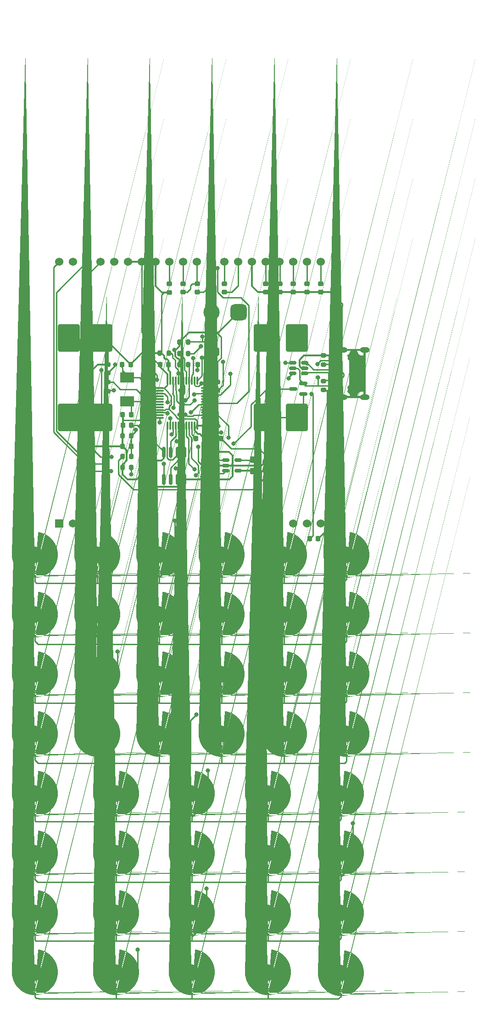
<source format=gbr>
%TF.GenerationSoftware,KiCad,Pcbnew,8.0.1*%
%TF.CreationDate,2024-04-23T17:34:02+02:00*%
%TF.ProjectId,DM50,444d3530-2e6b-4696-9361-645f70636258,rev?*%
%TF.SameCoordinates,Original*%
%TF.FileFunction,Copper,L1,Top*%
%TF.FilePolarity,Positive*%
%FSLAX46Y46*%
G04 Gerber Fmt 4.6, Leading zero omitted, Abs format (unit mm)*
G04 Created by KiCad (PCBNEW 8.0.1) date 2024-04-23 17:34:02*
%MOMM*%
%LPD*%
G01*
G04 APERTURE LIST*
G04 Aperture macros list*
%AMRoundRect*
0 Rectangle with rounded corners*
0 $1 Rounding radius*
0 $2 $3 $4 $5 $6 $7 $8 $9 X,Y pos of 4 corners*
0 Add a 4 corners polygon primitive as box body*
4,1,4,$2,$3,$4,$5,$6,$7,$8,$9,$2,$3,0*
0 Add four circle primitives for the rounded corners*
1,1,$1+$1,$2,$3*
1,1,$1+$1,$4,$5*
1,1,$1+$1,$6,$7*
1,1,$1+$1,$8,$9*
0 Add four rect primitives between the rounded corners*
20,1,$1+$1,$2,$3,$4,$5,0*
20,1,$1+$1,$4,$5,$6,$7,0*
20,1,$1+$1,$6,$7,$8,$9,0*
20,1,$1+$1,$8,$9,$2,$3,0*%
%AMFreePoly0*
4,1,39,-0.648508,1.451192,-0.414662,1.370913,-0.197219,1.253238,-0.002109,1.101379,0.165343,0.919476,0.300572,0.712493,0.399888,0.486075,0.460583,0.246398,0.481000,0.000000,0.460583,-0.246398,0.399888,-0.486075,0.300572,-0.712493,0.165343,-0.919476,-0.002109,-1.101379,-0.197219,-1.253238,-0.414662,-1.370913,-0.648508,-1.451192,-0.892379,-1.491887,-1.139621,-1.491887,-1.383492,-1.451192,
-1.617338,-1.370913,-1.834781,-1.253238,-2.029891,-1.101379,-2.197343,-0.919476,-2.332572,-0.712493,-2.431888,-0.486075,-2.492583,-0.246398,-2.513000,0.000000,-2.492583,0.246398,-2.431888,0.486075,-2.332572,0.712493,-2.197343,0.919476,-2.029891,1.101379,-1.834781,1.253238,-1.617338,1.370913,-1.383492,1.451192,-1.139621,1.491887,-0.892379,1.491887,-0.648508,1.451192,-0.648508,1.451192,
$1*%
%AMFreePoly1*
4,1,111,0.603671,7.998625,1.000042,7.922230,1.387357,7.808504,1.762107,7.658477,2.120900,7.473507,2.460485,7.255268,2.777788,7.005739,3.069935,6.727177,3.334280,6.422107,3.568429,6.093290,3.770262,5.743705,3.937951,5.376518,4.069977,4.995053,4.165145,4.602766,4.222593,4.203209,4.241800,3.800000,4.222593,3.396791,4.165145,2.997234,4.069977,2.604947,3.937951,2.223482,
3.770262,1.856295,3.568429,1.506710,3.334280,1.177893,3.069935,0.872823,2.777788,0.594261,2.460485,0.344732,2.120900,0.126493,1.762107,-0.058477,1.387357,-0.208504,1.000042,-0.322230,0.603671,-0.398625,0.201833,-0.436995,-0.201833,-0.436995,-0.603671,-0.398625,-1.000042,-0.322230,-1.387357,-0.208504,-1.762107,-0.058477,-2.120900,0.126493,-2.460485,0.344732,-2.777788,0.594261,
-3.069935,0.872823,-3.334280,1.177893,-3.568429,1.506710,-3.770262,1.856295,-3.937951,2.223482,-4.069977,2.604947,-4.165145,2.997234,-4.222593,3.396791,-4.241800,3.800000,-1.757514,3.800000,-1.737884,3.538056,-1.679433,3.281964,-1.583465,3.037443,-1.452126,2.809957,-1.288349,2.604587,-1.095792,2.425920,-0.878757,2.277948,-0.642092,2.163976,-0.391084,2.086551,-0.131339,2.047400,
0.131339,2.047400,0.391084,2.086551,0.642092,2.163976,0.878757,2.277948,1.095792,2.425920,1.288349,2.604587,1.452126,2.809957,1.583465,3.037443,1.679433,3.281964,1.737884,3.538056,1.757514,3.800000,1.737884,4.061944,1.679433,4.318036,1.583465,4.562557,1.452126,4.790043,1.288349,4.995413,1.095792,5.174080,0.878757,5.322052,0.642092,5.436024,0.391084,5.513449,
0.131339,5.552600,-0.131339,5.552600,-0.391084,5.513449,-0.642092,5.436024,-0.878757,5.322052,-1.095792,5.174080,-1.288349,4.995413,-1.452126,4.790043,-1.583465,4.562557,-1.679433,4.318036,-1.737884,4.061944,-1.757514,3.800000,-4.241800,3.800000,-4.222593,4.203209,-4.165145,4.602766,-4.069977,4.995053,-3.937951,5.376518,-3.770262,5.743705,-3.568429,6.093290,-3.334280,6.422107,
-3.069935,6.727177,-2.777788,7.005739,-2.460485,7.255268,-2.120900,7.473507,-1.762107,7.658477,-1.387357,7.808504,-1.000042,7.922230,-0.603671,7.998625,-0.201833,8.036995,0.201833,8.036995,0.603671,7.998625,0.603671,7.998625,$1*%
G04 Aperture macros list end*
%TA.AperFunction,ComponentPad*%
%ADD10FreePoly0,0.000000*%
%TD*%
%TA.AperFunction,SMDPad,CuDef*%
%ADD11FreePoly1,0.000000*%
%TD*%
%TA.AperFunction,SMDPad,CuDef*%
%ADD12RoundRect,0.225000X-0.225000X-0.250000X0.225000X-0.250000X0.225000X0.250000X-0.225000X0.250000X0*%
%TD*%
%TA.AperFunction,SMDPad,CuDef*%
%ADD13RoundRect,0.225000X0.225000X0.250000X-0.225000X0.250000X-0.225000X-0.250000X0.225000X-0.250000X0*%
%TD*%
%TA.AperFunction,SMDPad,CuDef*%
%ADD14RoundRect,0.200000X-0.275000X0.200000X-0.275000X-0.200000X0.275000X-0.200000X0.275000X0.200000X0*%
%TD*%
%TA.AperFunction,SMDPad,CuDef*%
%ADD15RoundRect,0.200000X-0.200000X-0.275000X0.200000X-0.275000X0.200000X0.275000X-0.200000X0.275000X0*%
%TD*%
%TA.AperFunction,SMDPad,CuDef*%
%ADD16RoundRect,0.200000X0.275000X-0.200000X0.275000X0.200000X-0.275000X0.200000X-0.275000X-0.200000X0*%
%TD*%
%TA.AperFunction,SMDPad,CuDef*%
%ADD17RoundRect,0.225000X0.250000X-0.225000X0.250000X0.225000X-0.250000X0.225000X-0.250000X-0.225000X0*%
%TD*%
%TA.AperFunction,SMDPad,CuDef*%
%ADD18RoundRect,0.225000X-0.250000X0.225000X-0.250000X-0.225000X0.250000X-0.225000X0.250000X0.225000X0*%
%TD*%
%TA.AperFunction,SMDPad,CuDef*%
%ADD19RoundRect,0.200000X0.200000X0.275000X-0.200000X0.275000X-0.200000X-0.275000X0.200000X-0.275000X0*%
%TD*%
%TA.AperFunction,SMDPad,CuDef*%
%ADD20RoundRect,0.150000X0.150000X-0.587500X0.150000X0.587500X-0.150000X0.587500X-0.150000X-0.587500X0*%
%TD*%
%TA.AperFunction,SMDPad,CuDef*%
%ADD21RoundRect,0.150000X-0.512500X-0.150000X0.512500X-0.150000X0.512500X0.150000X-0.512500X0.150000X0*%
%TD*%
%TA.AperFunction,SMDPad,CuDef*%
%ADD22RoundRect,0.750000X0.750000X0.750000X-0.750000X0.750000X-0.750000X-0.750000X0.750000X-0.750000X0*%
%TD*%
%TA.AperFunction,SMDPad,CuDef*%
%ADD23C,3.000000*%
%TD*%
%TA.AperFunction,SMDPad,CuDef*%
%ADD24RoundRect,0.218750X0.218750X0.256250X-0.218750X0.256250X-0.218750X-0.256250X0.218750X-0.256250X0*%
%TD*%
%TA.AperFunction,SMDPad,CuDef*%
%ADD25RoundRect,0.150000X0.425000X-0.150000X0.425000X0.150000X-0.425000X0.150000X-0.425000X-0.150000X0*%
%TD*%
%TA.AperFunction,SMDPad,CuDef*%
%ADD26RoundRect,0.075000X0.500000X-0.075000X0.500000X0.075000X-0.500000X0.075000X-0.500000X-0.075000X0*%
%TD*%
%TA.AperFunction,ComponentPad*%
%ADD27O,2.100000X1.000000*%
%TD*%
%TA.AperFunction,ComponentPad*%
%ADD28O,1.800000X1.000000*%
%TD*%
%TA.AperFunction,SMDPad,CuDef*%
%ADD29RoundRect,0.150000X0.150000X-0.825000X0.150000X0.825000X-0.150000X0.825000X-0.150000X-0.825000X0*%
%TD*%
%TA.AperFunction,SMDPad,CuDef*%
%ADD30RoundRect,0.250000X-0.450000X0.325000X-0.450000X-0.325000X0.450000X-0.325000X0.450000X0.325000X0*%
%TD*%
%TA.AperFunction,SMDPad,CuDef*%
%ADD31R,2.500000X1.900000*%
%TD*%
%TA.AperFunction,ComponentPad*%
%ADD32R,1.524000X1.524000*%
%TD*%
%TA.AperFunction,ComponentPad*%
%ADD33C,1.524000*%
%TD*%
%TA.AperFunction,SMDPad,CuDef*%
%ADD34RoundRect,0.075000X-0.662500X-0.075000X0.662500X-0.075000X0.662500X0.075000X-0.662500X0.075000X0*%
%TD*%
%TA.AperFunction,SMDPad,CuDef*%
%ADD35RoundRect,0.075000X-0.075000X-0.662500X0.075000X-0.662500X0.075000X0.662500X-0.075000X0.662500X0*%
%TD*%
%TA.AperFunction,SMDPad,CuDef*%
%ADD36RoundRect,0.150000X0.587500X0.150000X-0.587500X0.150000X-0.587500X-0.150000X0.587500X-0.150000X0*%
%TD*%
%TA.AperFunction,SMDPad,CuDef*%
%ADD37RoundRect,0.150000X0.512500X0.150000X-0.512500X0.150000X-0.512500X-0.150000X0.512500X-0.150000X0*%
%TD*%
%TA.AperFunction,ComponentPad*%
%ADD38RoundRect,0.250000X1.750000X-2.250000X1.750000X2.250000X-1.750000X2.250000X-1.750000X-2.250000X0*%
%TD*%
%TA.AperFunction,ViaPad*%
%ADD39C,0.800000*%
%TD*%
%TA.AperFunction,Conductor*%
%ADD40C,0.250000*%
%TD*%
%TA.AperFunction,Conductor*%
%ADD41C,0.300000*%
%TD*%
G04 APERTURE END LIST*
D10*
%TO.P,SW31,1,1*%
%TO.N,COL02*%
X71516000Y-143000000D03*
D11*
%TO.P,SW31,2,2*%
%TO.N,BOOT0*%
X70500000Y-146800000D03*
%TD*%
D10*
%TO.P,SW39,1,1*%
%TO.N,COL05*%
X113016000Y-154000000D03*
D11*
%TO.P,SW39,2,2*%
%TO.N,ROW07*%
X112000000Y-157800000D03*
%TD*%
D10*
%TO.P,SW21,1,1*%
%TO.N,COL03*%
X79516000Y-121000000D03*
D11*
%TO.P,SW21,2,2*%
%TO.N,ROW04*%
X78500000Y-124800000D03*
%TD*%
D12*
%TO.P,C11,1*%
%TO.N,OSCIN*%
X71625000Y-52900000D03*
%TO.P,C11,2*%
%TO.N,GND*%
X73175000Y-52900000D03*
%TD*%
D10*
%TO.P,SW38,1,1*%
%TO.N,COL04*%
X99516000Y-154000000D03*
D11*
%TO.P,SW38,2,2*%
%TO.N,ROW07*%
X98500000Y-157800000D03*
%TD*%
D10*
%TO.P,SW23,1,1*%
%TO.N,COL05*%
X102516000Y-121000000D03*
D11*
%TO.P,SW23,2,2*%
%TO.N,ROW04*%
X101500000Y-124800000D03*
%TD*%
D13*
%TO.P,C16,1*%
%TO.N,3.3V*%
X73300000Y-64100000D03*
%TO.P,C16,2*%
%TO.N,GND*%
X71750000Y-64100000D03*
%TD*%
D14*
%TO.P,R12,1*%
%TO.N,Net-(U5-Vin)*%
X86700000Y-70600000D03*
%TO.P,R12,2*%
%TO.N,Net-(U5-EN)*%
X86700000Y-72250000D03*
%TD*%
D15*
%TO.P,R9,1*%
%TO.N,BUZZER*%
X85575000Y-52900000D03*
%TO.P,R9,2*%
%TO.N,Net-(Q1-B)*%
X87225000Y-52900000D03*
%TD*%
D10*
%TO.P,SW24,1,1*%
%TO.N,COL06*%
X114016000Y-121000000D03*
D11*
%TO.P,SW24,2,2*%
%TO.N,ROW04*%
X113000000Y-124800000D03*
%TD*%
D10*
%TO.P,SW28,1,1*%
%TO.N,COL04*%
X99516000Y-132000000D03*
D11*
%TO.P,SW28,2,2*%
%TO.N,ROW05*%
X98500000Y-135800000D03*
%TD*%
D16*
%TO.P,R11,1*%
%TO.N,Net-(J2-CC2)*%
X108800000Y-52925000D03*
%TO.P,R11,2*%
%TO.N,GND*%
X108800000Y-51275000D03*
%TD*%
D17*
%TO.P,C19,1*%
%TO.N,3.3V*%
X98000000Y-72400000D03*
%TO.P,C19,2*%
%TO.N,GND*%
X98000000Y-70850000D03*
%TD*%
D10*
%TO.P,SW22,1,1*%
%TO.N,COL04*%
X91016000Y-121000000D03*
D11*
%TO.P,SW22,2,2*%
%TO.N,ROW04*%
X90000000Y-124800000D03*
%TD*%
D10*
%TO.P,SW42,1,1*%
%TO.N,COL03*%
X85516000Y-165000000D03*
D11*
%TO.P,SW42,2,2*%
%TO.N,ROW08{slash}WAKEUP*%
X84500000Y-168800000D03*
%TD*%
D10*
%TO.P,SW29,1,1*%
%TO.N,COL05*%
X113016000Y-132000000D03*
D11*
%TO.P,SW29,2,2*%
%TO.N,ROW05*%
X112000000Y-135800000D03*
%TD*%
D10*
%TO.P,SW9,1,1*%
%TO.N,COL03*%
X79516000Y-99000000D03*
D11*
%TO.P,SW9,2,2*%
%TO.N,ROW02*%
X78500000Y-102800000D03*
%TD*%
D18*
%TO.P,C20,1*%
%TO.N,Net-(U5-Vin)*%
X88600000Y-70650000D03*
%TO.P,C20,2*%
%TO.N,GND*%
X88600000Y-72200000D03*
%TD*%
D17*
%TO.P,C8,1*%
%TO.N,GND*%
X80300000Y-39625000D03*
%TO.P,C8,2*%
%TO.N,Net-(U1-VOUT)*%
X80300000Y-38075000D03*
%TD*%
D10*
%TO.P,SW36,1,1*%
%TO.N,COL02*%
X71516000Y-154000000D03*
D11*
%TO.P,SW36,2,2*%
%TO.N,ROW07*%
X70500000Y-157800000D03*
%TD*%
D10*
%TO.P,SW34,1,1*%
%TO.N,COL05*%
X113016000Y-143000000D03*
D11*
%TO.P,SW34,2,2*%
%TO.N,BOOT0*%
X112000000Y-146800000D03*
%TD*%
D10*
%TO.P,SW11,1,1*%
%TO.N,COL05*%
X102516000Y-99000000D03*
D11*
%TO.P,SW11,2,2*%
%TO.N,ROW02*%
X101500000Y-102800000D03*
%TD*%
D10*
%TO.P,SW26,1,1*%
%TO.N,COL02*%
X71516000Y-132000000D03*
D11*
%TO.P,SW26,2,2*%
%TO.N,ROW05*%
X70500000Y-135800000D03*
%TD*%
D17*
%TO.P,C4,1*%
%TO.N,Net-(U1-CAP1P)*%
X85500000Y-39575000D03*
%TO.P,C4,2*%
%TO.N,Net-(U1-CAP1N)*%
X85500000Y-38025000D03*
%TD*%
D10*
%TO.P,SW33,1,1*%
%TO.N,COL04*%
X99516000Y-143000000D03*
D11*
%TO.P,SW33,2,2*%
%TO.N,BOOT0*%
X98500000Y-146800000D03*
%TD*%
D13*
%TO.P,C13,1*%
%TO.N,OSCOUT*%
X73275000Y-62200000D03*
%TO.P,C13,2*%
%TO.N,GND*%
X71725000Y-62200000D03*
%TD*%
D10*
%TO.P,SW3,1,1*%
%TO.N,COL03*%
X79516000Y-88000000D03*
D11*
%TO.P,SW3,2,2*%
%TO.N,ROW01*%
X78500000Y-91800000D03*
%TD*%
D15*
%TO.P,R7,1*%
%TO.N,GND*%
X78550000Y-50800000D03*
%TO.P,R7,2*%
%TO.N,BOOT0*%
X80200000Y-50800000D03*
%TD*%
D17*
%TO.P,C10,1*%
%TO.N,NRST*%
X69000000Y-54475000D03*
%TO.P,C10,2*%
%TO.N,GND*%
X69000000Y-52925000D03*
%TD*%
D19*
%TO.P,R5,1*%
%TO.N,ROW08{slash}WAKEUP*%
X73325000Y-71900000D03*
%TO.P,R5,2*%
%TO.N,GND*%
X71675000Y-71900000D03*
%TD*%
D10*
%TO.P,SW5,1,1*%
%TO.N,COL05*%
X102516000Y-88000000D03*
D11*
%TO.P,SW5,2,2*%
%TO.N,ROW01*%
X101500000Y-91800000D03*
%TD*%
D18*
%TO.P,C6,1*%
%TO.N,Net-(U1-V4)*%
X98100000Y-38025000D03*
%TO.P,C6,2*%
%TO.N,GND*%
X98100000Y-39575000D03*
%TD*%
D17*
%TO.P,C9,1*%
%TO.N,Net-(U1-CAP2N)*%
X90500000Y-39575000D03*
%TO.P,C9,2*%
%TO.N,Net-(U1-CAP2P)*%
X90500000Y-38025000D03*
%TD*%
D10*
%TO.P,SW12,1,1*%
%TO.N,COL06*%
X114016000Y-99000000D03*
D11*
%TO.P,SW12,2,2*%
%TO.N,ROW02*%
X113000000Y-102800000D03*
%TD*%
D18*
%TO.P,C1,1*%
%TO.N,Net-(U1-V0)*%
X108300000Y-38025000D03*
%TO.P,C1,2*%
%TO.N,GND*%
X108300000Y-39575000D03*
%TD*%
D14*
%TO.P,R10,1*%
%TO.N,Net-(J2-CC1)*%
X108800000Y-55975000D03*
%TO.P,R10,2*%
%TO.N,GND*%
X108800000Y-57625000D03*
%TD*%
D20*
%TO.P,Q1,1,B*%
%TO.N,Net-(Q1-B)*%
X87300000Y-50600000D03*
%TO.P,Q1,2,E*%
%TO.N,GND*%
X89200000Y-50600000D03*
%TO.P,Q1,3,C*%
%TO.N,Net-(BZ1--)*%
X88250000Y-48725000D03*
%TD*%
D15*
%TO.P,R2,1*%
%TO.N,LED01*%
X82175000Y-50900000D03*
%TO.P,R2,2*%
%TO.N,Net-(D1-A)*%
X83825000Y-50900000D03*
%TD*%
D10*
%TO.P,SW4,1,1*%
%TO.N,COL04*%
X91016000Y-88000000D03*
D11*
%TO.P,SW4,2,2*%
%TO.N,ROW01*%
X90000000Y-91800000D03*
%TD*%
D21*
%TO.P,U5,1,Vin*%
%TO.N,Net-(U5-Vin)*%
X90775000Y-70575000D03*
%TO.P,U5,2,GND*%
%TO.N,GND*%
X90775000Y-71525000D03*
%TO.P,U5,3,EN*%
%TO.N,Net-(U5-EN)*%
X90775000Y-72475000D03*
%TO.P,U5,4,FB*%
%TO.N,3.3V*%
X93050000Y-72475000D03*
%TO.P,U5,5,SW*%
%TO.N,Net-(U5-SW)*%
X93050000Y-70575000D03*
%TD*%
D18*
%TO.P,C2,1*%
%TO.N,Net-(U1-V1)*%
X105700000Y-38025000D03*
%TO.P,C2,2*%
%TO.N,GND*%
X105700000Y-39575000D03*
%TD*%
%TO.P,C3,1*%
%TO.N,Net-(U1-V2)*%
X103200000Y-38025000D03*
%TO.P,C3,2*%
%TO.N,GND*%
X103200000Y-39575000D03*
%TD*%
%TO.P,C7,1*%
%TO.N,Net-(U1-CAP3P)*%
X82900000Y-38025000D03*
%TO.P,C7,2*%
%TO.N,Net-(U1-CAP1N)*%
X82900000Y-39575000D03*
%TD*%
D13*
%TO.P,C15,1*%
%TO.N,3.3V*%
X89881000Y-66537500D03*
%TO.P,C15,2*%
%TO.N,GND*%
X88331000Y-66537500D03*
%TD*%
D10*
%TO.P,SW19,1,1*%
%TO.N,COL01*%
X56516000Y-121000000D03*
D11*
%TO.P,SW19,2,2*%
%TO.N,ROW04*%
X55500000Y-124800000D03*
%TD*%
D19*
%TO.P,R3,1*%
%TO.N,VBAT_SNS*%
X73325000Y-69900000D03*
%TO.P,R3,2*%
%TO.N,VBAT*%
X71675000Y-69900000D03*
%TD*%
D18*
%TO.P,C5,1*%
%TO.N,Net-(U1-V3)*%
X100700000Y-38025000D03*
%TO.P,C5,2*%
%TO.N,GND*%
X100700000Y-39575000D03*
%TD*%
D10*
%TO.P,SW20,1,1*%
%TO.N,COL02*%
X68016000Y-121000000D03*
D11*
%TO.P,SW20,2,2*%
%TO.N,ROW04*%
X67000000Y-124800000D03*
%TD*%
D10*
%TO.P,SW27,1,1*%
%TO.N,COL03*%
X85516000Y-132000000D03*
D11*
%TO.P,SW27,2,2*%
%TO.N,ROW05*%
X84500000Y-135800000D03*
%TD*%
D10*
%TO.P,SW25,1,1*%
%TO.N,COL01*%
X56516000Y-132000000D03*
D11*
%TO.P,SW25,2,2*%
%TO.N,ROW05*%
X55500000Y-135800000D03*
%TD*%
D12*
%TO.P,C17,1*%
%TO.N,3.3V*%
X78625000Y-52900000D03*
%TO.P,C17,2*%
%TO.N,GND*%
X80175000Y-52900000D03*
%TD*%
D10*
%TO.P,SW17,1,1*%
%TO.N,COL05*%
X102516000Y-110000000D03*
D11*
%TO.P,SW17,2,2*%
%TO.N,ROW03*%
X101500000Y-113800000D03*
%TD*%
D10*
%TO.P,SW14,1,1*%
%TO.N,COL02*%
X68016000Y-110000000D03*
D11*
%TO.P,SW14,2,2*%
%TO.N,ROW03*%
X67000000Y-113800000D03*
%TD*%
D10*
%TO.P,SW13,1,1*%
%TO.N,COL01*%
X56516000Y-110000000D03*
D11*
%TO.P,SW13,2,2*%
%TO.N,ROW03*%
X55500000Y-113800000D03*
%TD*%
D22*
%TO.P,BZ1,1,+*%
%TO.N,3.3V*%
X93100000Y-43300000D03*
D23*
%TO.P,BZ1,2,-*%
%TO.N,Net-(BZ1--)*%
X88100000Y-43300000D03*
%TD*%
D10*
%TO.P,SW1,1,1*%
%TO.N,COL01*%
X56516000Y-88000000D03*
D11*
%TO.P,SW1,2,2*%
%TO.N,ROW01*%
X55500000Y-91800000D03*
%TD*%
D15*
%TO.P,R8,1*%
%TO.N,3.3V*%
X82175000Y-48800000D03*
%TO.P,R8,2*%
%TO.N,Net-(BZ1--)*%
X83825000Y-48800000D03*
%TD*%
D10*
%TO.P,SW18,1,1*%
%TO.N,COL06*%
X114016000Y-110000000D03*
D11*
%TO.P,SW18,2,2*%
%TO.N,ROW03*%
X113000000Y-113800000D03*
%TD*%
D19*
%TO.P,R4,1*%
%TO.N,COL02*%
X83825000Y-52900000D03*
%TO.P,R4,2*%
%TO.N,3.3V*%
X82175000Y-52900000D03*
%TD*%
D24*
%TO.P,D1,1,K*%
%TO.N,GND*%
X107787500Y-85000000D03*
%TO.P,D1,2,A*%
%TO.N,Net-(D1-A)*%
X106212500Y-85000000D03*
%TD*%
D10*
%TO.P,SW35,1,1*%
%TO.N,COL01*%
X56516000Y-154000000D03*
D11*
%TO.P,SW35,2,2*%
%TO.N,ROW07*%
X55500000Y-157800000D03*
%TD*%
D10*
%TO.P,SW16,1,1*%
%TO.N,COL04*%
X91016000Y-110000000D03*
D11*
%TO.P,SW16,2,2*%
%TO.N,ROW03*%
X90000000Y-113800000D03*
%TD*%
D10*
%TO.P,SW30,1,1*%
%TO.N,COL01*%
X56516000Y-143000000D03*
D11*
%TO.P,SW30,2,2*%
%TO.N,BOOT0*%
X55500000Y-146800000D03*
%TD*%
D10*
%TO.P,SW7,1,1*%
%TO.N,COL01*%
X56516000Y-99000000D03*
D11*
%TO.P,SW7,2,2*%
%TO.N,ROW02*%
X55500000Y-102800000D03*
%TD*%
D13*
%TO.P,C12,1*%
%TO.N,VBAT_SNS*%
X73275000Y-68000000D03*
%TO.P,C12,2*%
%TO.N,GND*%
X71725000Y-68000000D03*
%TD*%
D12*
%TO.P,C21,1*%
%TO.N,VCAP1*%
X85231000Y-66537500D03*
%TO.P,C21,2*%
%TO.N,GND*%
X86781000Y-66537500D03*
%TD*%
D10*
%TO.P,SW43,1,1*%
%TO.N,COL04*%
X99516000Y-165000000D03*
D11*
%TO.P,SW43,2,2*%
%TO.N,ROW08{slash}WAKEUP*%
X98500000Y-168800000D03*
%TD*%
D10*
%TO.P,SW41,1,1*%
%TO.N,COL02*%
X71516000Y-165000000D03*
D11*
%TO.P,SW41,2,2*%
%TO.N,ROW08{slash}WAKEUP*%
X70500000Y-168800000D03*
%TD*%
D25*
%TO.P,J2,A1,GND*%
%TO.N,GND*%
X111610000Y-57790000D03*
%TO.P,J2,A4,VBUS*%
%TO.N,Net-(U4-VBUS)*%
X111610000Y-56990000D03*
D26*
%TO.P,J2,A5,CC1*%
%TO.N,Net-(J2-CC1)*%
X111610000Y-55840000D03*
%TO.P,J2,A6,D+*%
%TO.N,Net-(J2-D+-PadA6)*%
X111610000Y-54840000D03*
%TO.P,J2,A7,D-*%
%TO.N,Net-(J2-D--PadA7)*%
X111610000Y-54340000D03*
%TO.P,J2,A8*%
%TO.N,N/C*%
X111610000Y-53340000D03*
D25*
%TO.P,J2,A9,VBUS*%
%TO.N,Net-(U4-VBUS)*%
X111610000Y-52190000D03*
%TO.P,J2,A12,GND*%
%TO.N,GND*%
X111610000Y-51390000D03*
%TO.P,J2,B1,GND*%
X111610000Y-51390000D03*
%TO.P,J2,B4,VBUS*%
%TO.N,Net-(U4-VBUS)*%
X111610000Y-52190000D03*
D26*
%TO.P,J2,B5,CC2*%
%TO.N,Net-(J2-CC2)*%
X111610000Y-52840000D03*
%TO.P,J2,B6,D+*%
%TO.N,Net-(J2-D+-PadA6)*%
X111610000Y-53840000D03*
%TO.P,J2,B7,D-*%
%TO.N,Net-(J2-D--PadA7)*%
X111610000Y-55340000D03*
%TO.P,J2,B8*%
%TO.N,N/C*%
X111610000Y-56340000D03*
D25*
%TO.P,J2,B9,VBUS*%
%TO.N,Net-(U4-VBUS)*%
X111610000Y-56990000D03*
%TO.P,J2,B12,GND*%
%TO.N,GND*%
X111610000Y-57790000D03*
D27*
%TO.P,J2,S1,SHIELD*%
X112185000Y-58910000D03*
D28*
X116365000Y-58910000D03*
D27*
X112185000Y-50270000D03*
D28*
X116365000Y-50270000D03*
%TD*%
D18*
%TO.P,C14,1*%
%TO.N,3.3V*%
X89231000Y-56162500D03*
%TO.P,C14,2*%
%TO.N,GND*%
X89231000Y-57712500D03*
%TD*%
D10*
%TO.P,SW37,1,1*%
%TO.N,COL03*%
X85516000Y-154000000D03*
D11*
%TO.P,SW37,2,2*%
%TO.N,ROW07*%
X84500000Y-157800000D03*
%TD*%
D16*
%TO.P,R1,1*%
%TO.N,3.3V*%
X69000000Y-57825000D03*
%TO.P,R1,2*%
%TO.N,NRST*%
X69000000Y-56175000D03*
%TD*%
D10*
%TO.P,SW32,1,1*%
%TO.N,COL03*%
X85516000Y-143000000D03*
D11*
%TO.P,SW32,2,2*%
%TO.N,BOOT0*%
X84500000Y-146800000D03*
%TD*%
D29*
%TO.P,U3,1,~{CS}*%
%TO.N,QUADSPI_NCS*%
X79295000Y-74075000D03*
%TO.P,U3,2,DO(IO1)*%
%TO.N,QUADSPI_IO1*%
X80565000Y-74075000D03*
%TO.P,U3,3,IO2*%
%TO.N,QUADSPI_IO2*%
X81835000Y-74075000D03*
%TO.P,U3,4,GND*%
%TO.N,GND*%
X83105000Y-74075000D03*
%TO.P,U3,5,DI(IO0)*%
%TO.N,QUADSPI_IO0*%
X83105000Y-69125000D03*
%TO.P,U3,6,CLK*%
%TO.N,QUADSPI_CLK*%
X81835000Y-69125000D03*
%TO.P,U3,7,IO3*%
%TO.N,QUADSPI_IO3*%
X80565000Y-69125000D03*
%TO.P,U3,8,VCC*%
%TO.N,3.3V*%
X79295000Y-69125000D03*
%TD*%
D30*
%TO.P,L1,1,1*%
%TO.N,Net-(U5-SW)*%
X95900000Y-70500000D03*
%TO.P,L1,2,2*%
%TO.N,3.3V*%
X95900000Y-72550000D03*
%TD*%
D10*
%TO.P,SW10,1,1*%
%TO.N,COL04*%
X91016000Y-99000000D03*
D11*
%TO.P,SW10,2,2*%
%TO.N,ROW02*%
X90000000Y-102800000D03*
%TD*%
D31*
%TO.P,Y1,1,1*%
%TO.N,OSCOUT*%
X72500000Y-59700000D03*
%TO.P,Y1,2,2*%
%TO.N,OSCIN*%
X72500000Y-55300000D03*
%TD*%
D10*
%TO.P,SW2,1,1*%
%TO.N,COL02*%
X68016000Y-88000000D03*
D11*
%TO.P,SW2,2,2*%
%TO.N,ROW01*%
X67000000Y-91800000D03*
%TD*%
D10*
%TO.P,SW15,1,1*%
%TO.N,COL03*%
X79516000Y-110000000D03*
D11*
%TO.P,SW15,2,2*%
%TO.N,ROW03*%
X78500000Y-113800000D03*
%TD*%
D15*
%TO.P,R6,1*%
%TO.N,GND*%
X71675000Y-66100000D03*
%TO.P,R6,2*%
%TO.N,VBAT_SNS*%
X73325000Y-66100000D03*
%TD*%
D18*
%TO.P,C18,1*%
%TO.N,3.3V*%
X77600000Y-70625000D03*
%TO.P,C18,2*%
%TO.N,GND*%
X77600000Y-72175000D03*
%TD*%
D10*
%TO.P,SW44,1,1*%
%TO.N,COL05*%
X113016000Y-165100000D03*
D11*
%TO.P,SW44,2,2*%
%TO.N,ROW08{slash}WAKEUP*%
X112000000Y-168900000D03*
%TD*%
D32*
%TO.P,U1,1,A1+*%
%TO.N,unconnected-(U1-A1+-Pad1)*%
X60000000Y-82260000D03*
D33*
%TO.P,U1,2,A2+*%
%TO.N,unconnected-(U1-A2+-Pad2)*%
X62540000Y-82260000D03*
%TO.P,U1,3,A3+*%
%TO.N,unconnected-(U1-A3+-Pad3)*%
X65080000Y-82260000D03*
%TO.P,U1,18,C1-*%
%TO.N,unconnected-(U1-C1--Pad18)*%
X103180000Y-82260000D03*
%TO.P,U1,19,C2-*%
%TO.N,unconnected-(U1-C2--Pad19)*%
X105720000Y-82260000D03*
%TO.P,U1,20,C3-*%
%TO.N,unconnected-(U1-C3--Pad20)*%
X108260000Y-82260000D03*
%TO.P,U1,21,V0*%
%TO.N,Net-(U1-V0)*%
X108260000Y-34000000D03*
%TO.P,U1,22,V1*%
%TO.N,Net-(U1-V1)*%
X105720000Y-34000000D03*
%TO.P,U1,23,V2*%
%TO.N,Net-(U1-V2)*%
X103180000Y-34000000D03*
%TO.P,U1,24,V3*%
%TO.N,Net-(U1-V3)*%
X100640000Y-34000000D03*
%TO.P,U1,25,V4*%
%TO.N,Net-(U1-V4)*%
X98100000Y-34000000D03*
%TO.P,U1,26,VSS*%
%TO.N,GND*%
X95560000Y-34000000D03*
%TO.P,U1,27,CAP2N*%
%TO.N,Net-(U1-CAP2N)*%
X93020000Y-34000000D03*
%TO.P,U1,28,CAP2P*%
%TO.N,Net-(U1-CAP2P)*%
X90480000Y-34000000D03*
%TO.P,U1,29,CAP1P*%
%TO.N,Net-(U1-CAP1P)*%
X87940000Y-34000000D03*
%TO.P,U1,30,CAP1N*%
%TO.N,Net-(U1-CAP1N)*%
X85400000Y-34000000D03*
%TO.P,U1,31,CAP3P*%
%TO.N,Net-(U1-CAP3P)*%
X82860000Y-34000000D03*
%TO.P,U1,32,VOUT*%
%TO.N,Net-(U1-VOUT)*%
X80320000Y-34000000D03*
%TO.P,U1,33,VSS*%
%TO.N,GND*%
X77780000Y-34000000D03*
%TO.P,U1,34,VDD2*%
%TO.N,3.3V*%
X75240000Y-34000000D03*
%TO.P,U1,35,VDD*%
X72700000Y-34000000D03*
%TO.P,U1,36,SI*%
%TO.N,DISP_SI*%
X70160000Y-34000000D03*
%TO.P,U1,37,SCL*%
%TO.N,DISP_SCL*%
X67620000Y-34000000D03*
%TO.P,U1,38,A0*%
%TO.N,DISP_A0*%
X65080000Y-34000000D03*
%TO.P,U1,39,~{RST}*%
%TO.N,DISP_RST*%
X62540000Y-34000000D03*
%TO.P,U1,40,~{CS1B}*%
%TO.N,DISP_CS1B*%
X60000000Y-34000000D03*
%TD*%
D10*
%TO.P,SW8,1,1*%
%TO.N,COL02*%
X68016000Y-99000000D03*
D11*
%TO.P,SW8,2,2*%
%TO.N,ROW02*%
X67000000Y-102800000D03*
%TD*%
D34*
%TO.P,U2,1,VBAT*%
%TO.N,3.3V*%
X78568500Y-57287500D03*
%TO.P,U2,2,PC13*%
%TO.N,ROW06{slash}WAKEUP*%
X78568500Y-57787500D03*
%TO.P,U2,3,PC14*%
%TO.N,COL01*%
X78568500Y-58287500D03*
%TO.P,U2,4,PC15*%
%TO.N,POWER_ON*%
X78568500Y-58787500D03*
%TO.P,U2,5,PH0*%
%TO.N,OSCIN*%
X78568500Y-59287500D03*
%TO.P,U2,6,PH1*%
%TO.N,OSCOUT*%
X78568500Y-59787500D03*
%TO.P,U2,7,NRST*%
%TO.N,NRST*%
X78568500Y-60287500D03*
%TO.P,U2,8,VSSA*%
%TO.N,GND*%
X78568500Y-60787500D03*
%TO.P,U2,9,VDDA*%
%TO.N,3.3V*%
X78568500Y-61287500D03*
%TO.P,U2,10,PA0*%
%TO.N,QUADSPI_NCS*%
X78568500Y-61787500D03*
%TO.P,U2,11,PA1*%
%TO.N,VBAT_SNS*%
X78568500Y-62287500D03*
%TO.P,U2,12,PA2*%
%TO.N,DISP_SCL*%
X78568500Y-62787500D03*
D35*
%TO.P,U2,13,PA3*%
%TO.N,QUADSPI_CLK*%
X79981000Y-64200000D03*
%TO.P,U2,14,PA4*%
%TO.N,DISP_A0*%
X80481000Y-64200000D03*
%TO.P,U2,15,PA5*%
%TO.N,DISP_CS1B*%
X80981000Y-64200000D03*
%TO.P,U2,16,PA6*%
%TO.N,QUADSPI_IO3*%
X81481000Y-64200000D03*
%TO.P,U2,17,PA7*%
%TO.N,QUADSPI_IO2*%
X81981000Y-64200000D03*
%TO.P,U2,18,PB0*%
%TO.N,QUADSPI_IO1*%
X82481000Y-64200000D03*
%TO.P,U2,19,PB1*%
%TO.N,QUADSPI_IO0*%
X82981000Y-64200000D03*
%TO.P,U2,20,PB2*%
%TO.N,COL04*%
X83481000Y-64200000D03*
%TO.P,U2,21,PB10*%
%TO.N,ROW04*%
X83981000Y-64200000D03*
%TO.P,U2,22,VCAP*%
%TO.N,VCAP1*%
X84481000Y-64200000D03*
%TO.P,U2,23,VSS*%
%TO.N,GND*%
X84981000Y-64200000D03*
%TO.P,U2,24,VDD*%
%TO.N,3.3V*%
X85481000Y-64200000D03*
D34*
%TO.P,U2,25,PB12*%
%TO.N,ROW05*%
X86893500Y-62787500D03*
%TO.P,U2,26,PB13*%
%TO.N,ROW01*%
X86893500Y-62287500D03*
%TO.P,U2,27,PB14*%
%TO.N,ROW07*%
X86893500Y-61787500D03*
%TO.P,U2,28,PB15*%
%TO.N,ROW08*%
X86893500Y-61287500D03*
%TO.P,U2,29,PA8*%
%TO.N,COL05*%
X86893500Y-60787500D03*
%TO.P,U2,30,PA9*%
%TO.N,COL03*%
X86893500Y-60287500D03*
%TO.P,U2,31,PA10*%
%TO.N,DISP_RST*%
X86893500Y-59787500D03*
%TO.P,U2,32,PA11*%
%TO.N,USB_DM (D-)*%
X86893500Y-59287500D03*
%TO.P,U2,33,PA12*%
%TO.N,USB_DP (D+)*%
X86893500Y-58787500D03*
%TO.P,U2,34,PA13*%
%TO.N,SWD_SWDIO*%
X86893500Y-58287500D03*
%TO.P,U2,35,VSS*%
%TO.N,GND*%
X86893500Y-57787500D03*
%TO.P,U2,36,VDD*%
%TO.N,3.3V*%
X86893500Y-57287500D03*
D35*
%TO.P,U2,37,PA14*%
%TO.N,SWD_SWCLK*%
X85481000Y-55875000D03*
%TO.P,U2,38,PA15*%
%TO.N,COL06*%
X84981000Y-55875000D03*
%TO.P,U2,39,PB3*%
%TO.N,SWD_SWO*%
X84481000Y-55875000D03*
%TO.P,U2,40,PB4*%
%TO.N,COL02*%
X83981000Y-55875000D03*
%TO.P,U2,41,PB5*%
%TO.N,LED01*%
X83481000Y-55875000D03*
%TO.P,U2,42,PB6*%
%TO.N,BUZZER*%
X82981000Y-55875000D03*
%TO.P,U2,43,PB7*%
%TO.N,DISP_SI*%
X82481000Y-55875000D03*
%TO.P,U2,44,PH3*%
%TO.N,BOOT0*%
X81981000Y-55875000D03*
%TO.P,U2,45,PB8*%
%TO.N,ROW02*%
X81481000Y-55875000D03*
%TO.P,U2,46,PB9*%
%TO.N,ROW03*%
X80981000Y-55875000D03*
%TO.P,U2,47,VSS*%
%TO.N,GND*%
X80481000Y-55875000D03*
%TO.P,U2,48,VDD*%
%TO.N,3.3V*%
X79981000Y-55875000D03*
%TD*%
D10*
%TO.P,SW6,1,1*%
%TO.N,COL06*%
X114016000Y-88000000D03*
D11*
%TO.P,SW6,2,2*%
%TO.N,ROW01*%
X113000000Y-91800000D03*
%TD*%
D36*
%TO.P,D2,1*%
%TO.N,VBAT*%
X105037500Y-58350000D03*
%TO.P,D2,2*%
%TO.N,Net-(U4-VBUS)*%
X105037500Y-56450000D03*
%TO.P,D2,3*%
%TO.N,Net-(U5-Vin)*%
X103162500Y-57400000D03*
%TD*%
D10*
%TO.P,SW40,1,1*%
%TO.N,COL01*%
X56516000Y-165000000D03*
D11*
%TO.P,SW40,2,2*%
%TO.N,ROW08{slash}WAKEUP*%
X55500000Y-168800000D03*
%TD*%
D37*
%TO.P,U4,1,I/O1*%
%TO.N,Net-(J2-D--PadA7)*%
X105337500Y-54525000D03*
%TO.P,U4,2,GND*%
%TO.N,GND*%
X105337500Y-53575000D03*
%TO.P,U4,3,I/O2*%
%TO.N,Net-(J2-D+-PadA6)*%
X105337500Y-52625000D03*
%TO.P,U4,4,I/O2*%
%TO.N,USB_DP (D+)*%
X103062500Y-52625000D03*
%TO.P,U4,5,VBUS*%
%TO.N,Net-(U4-VBUS)*%
X103062500Y-53575000D03*
%TO.P,U4,6,I/O1*%
%TO.N,USB_DM (D-)*%
X103062500Y-54525000D03*
%TD*%
D38*
%TO.P,BT1,1,+*%
%TO.N,VBAT*%
X97900000Y-62700000D03*
X103900000Y-62700000D03*
%TO.P,BT1,2,-*%
%TO.N,Net-(BT1--)*%
X61788000Y-62700000D03*
X67800000Y-62700000D03*
%TD*%
%TO.P,BT2,1,+*%
%TO.N,Net-(BT1--)*%
X97900000Y-48000000D03*
X103900000Y-48000000D03*
%TO.P,BT2,2,-*%
%TO.N,GND*%
X61788000Y-48000000D03*
X67800000Y-48000000D03*
%TD*%
D39*
%TO.N,GND*%
X88279200Y-50246800D03*
X90212600Y-52413000D03*
%TO.N,Net-(BZ1--)*%
X88100000Y-45414400D03*
X86433800Y-47766000D03*
%TO.N,3.3V*%
X77222000Y-57183400D03*
X77384000Y-51679600D03*
X81232600Y-50195300D03*
X75879100Y-47662900D03*
X70091000Y-57702500D03*
%TO.N,NRST*%
X75400000Y-58700000D03*
X70325000Y-52968600D03*
X75400000Y-60600000D03*
%TO.N,VBAT_SNS*%
X77158000Y-62798600D03*
X74170000Y-64924800D03*
%TO.N,Net-(D1-A)*%
X106587800Y-58385300D03*
X86173300Y-49549100D03*
%TO.N,USB_DP (D+)*%
X101761400Y-52625000D03*
X91539700Y-54647700D03*
%TO.N,USB_DM (D-)*%
X88811300Y-59287500D03*
X102309800Y-55458100D03*
%TO.N,BUZZER*%
X77129500Y-53967200D03*
X78015400Y-55775600D03*
X85499100Y-53993400D03*
X84955400Y-59541200D03*
%TO.N,COL03*%
X84314000Y-61723300D03*
%TO.N,ROW03*%
X70737500Y-105816300D03*
X81081700Y-60906300D03*
%TO.N,DISP_RST*%
X89210100Y-35128700D03*
%TO.N,DISP_SCL*%
X78568500Y-63597700D03*
X69612800Y-69996800D03*
%TO.N,DISP_CS1B*%
X69605200Y-72553400D03*
X80760000Y-65774000D03*
%TO.N,DISP_A0*%
X80481000Y-62858400D03*
X68430200Y-71252500D03*
%TO.N,DISP_SI*%
X82328800Y-57659800D03*
%TO.N,ROW05*%
X89891600Y-65450200D03*
X87395100Y-127779200D03*
%TO.N,Net-(U5-Vin)*%
X87695300Y-69512000D03*
X92189600Y-67522700D03*
%TO.N,COL06*%
X86252000Y-56443200D03*
%TO.N,COL02*%
X83312700Y-59565000D03*
%TO.N,Net-(U4-VBUS)*%
X107682400Y-52816600D03*
X107741200Y-55277800D03*
%TO.N,ROW04*%
X85203000Y-73318800D03*
X85337900Y-117434000D03*
%TO.N,SWD_SWCLK*%
X86342000Y-51708700D03*
%TO.N,COL05*%
X91258900Y-66417300D03*
%TO.N,ROW02*%
X77795500Y-94044000D03*
X82222400Y-62189400D03*
%TO.N,COL04*%
X84945700Y-72286200D03*
%TO.N,SWD_SWDIO*%
X84851400Y-58409300D03*
%TO.N,ROW07*%
X89347700Y-64266900D03*
X87216800Y-149554200D03*
%TO.N,ROW01*%
X83312200Y-62178400D03*
X81339300Y-81757700D03*
%TO.N,COL01*%
X79955700Y-59894200D03*
%TO.N,SWD_SWO*%
X84700000Y-51766700D03*
%TO.N,Net-(J2-D+-PadA6)*%
X110405000Y-55089700D03*
X110405300Y-53590000D03*
%TO.N,ROW08{slash}WAKEUP*%
X73325000Y-73155800D03*
X74487500Y-160776400D03*
%TO.N,BOOT0*%
X81982600Y-54512800D03*
X114170500Y-137500000D03*
%TO.N,Net-(U5-EN)*%
X85650800Y-68072300D03*
%TO.N,QUADSPI_NCS*%
X79956200Y-61877500D03*
X79312300Y-71252500D03*
%TO.N,QUADSPI_IO2*%
X81515000Y-72046800D03*
X81706600Y-67108900D03*
%TO.N,Net-(BT1--)*%
X67782100Y-53920200D03*
%TD*%
D40*
%TO.N,VBAT*%
X105038000Y-61562000D02*
X103900000Y-62700000D01*
X99314500Y-72390400D02*
X99314500Y-64114500D01*
X100729000Y-62700000D02*
X99314500Y-64114500D01*
X97900000Y-62700000D02*
X99314500Y-64114500D01*
X95729900Y-75975000D02*
X73740400Y-75975000D01*
X73740400Y-75975000D02*
X70935400Y-73170000D01*
X103900000Y-62700000D02*
X100729000Y-62700000D01*
X99314500Y-72390400D02*
X95729900Y-75975000D01*
X70935400Y-70639600D02*
X70935400Y-73170000D01*
X71675000Y-69900000D02*
X70935400Y-70639600D01*
X105038000Y-59955700D02*
X105038000Y-61562000D01*
X105037500Y-59955700D02*
X105037500Y-58350000D01*
D41*
%TO.N,GND*%
X79600000Y-51900000D02*
X79900000Y-51900000D01*
X96675000Y-39575000D02*
X98100000Y-39575000D01*
X105700000Y-39575000D02*
X108300000Y-39575000D01*
X88331000Y-67931000D02*
X88331000Y-66537500D01*
X80481000Y-54281000D02*
X80481000Y-55875000D01*
D40*
X90212600Y-56730900D02*
X89231000Y-57712500D01*
D41*
X64800000Y-66500000D02*
X66300000Y-68000000D01*
D40*
X77180200Y-60787500D02*
X74817700Y-63150000D01*
D41*
X89275000Y-71525000D02*
X90775000Y-71525000D01*
X112185000Y-42215000D02*
X112185000Y-50270000D01*
X83105000Y-74075000D02*
X83105000Y-75295000D01*
X67800000Y-48000000D02*
X69000000Y-49200000D01*
X69000000Y-52925000D02*
X67075000Y-52925000D01*
D40*
X89200000Y-50600000D02*
X88632400Y-50600000D01*
D41*
X92000000Y-73500000D02*
X91400000Y-74100000D01*
D40*
X79312100Y-39625000D02*
X78900000Y-40037100D01*
D41*
X73175000Y-52825000D02*
X75200000Y-50800000D01*
X66300000Y-68000000D02*
X71725000Y-68000000D01*
X95560000Y-38460000D02*
X96675000Y-39575000D01*
X78925000Y-39625000D02*
X78089700Y-38789700D01*
X79900000Y-51900000D02*
X80175000Y-52175000D01*
X77780000Y-38480000D02*
X77780000Y-34000000D01*
X77600000Y-75000000D02*
X77600000Y-72175000D01*
D40*
X108965000Y-57790000D02*
X108800000Y-57625000D01*
D41*
X71675000Y-71900000D02*
X71675000Y-71425000D01*
X79400000Y-51300000D02*
X79400000Y-51700000D01*
X91400000Y-74100000D02*
X90000000Y-74100000D01*
X112185000Y-58910000D02*
X116365000Y-58910000D01*
X89156000Y-57787500D02*
X86893500Y-57787500D01*
X88600000Y-72200000D02*
X89275000Y-71525000D01*
X89975000Y-74075000D02*
X83105000Y-74075000D01*
D40*
X88632400Y-50600000D02*
X88279200Y-50246800D01*
D41*
X92000000Y-69673500D02*
X91326500Y-69000000D01*
X86781000Y-66537500D02*
X85956000Y-65712500D01*
X71675000Y-66100000D02*
X71675000Y-64175000D01*
X84981000Y-65087500D02*
X84981000Y-64200000D01*
X78900000Y-50800000D02*
X79400000Y-51300000D01*
D40*
X111495000Y-51275000D02*
X111610000Y-51275000D01*
D41*
X100700000Y-39575000D02*
X103200000Y-39575000D01*
X95560000Y-34000000D02*
X95560000Y-38460000D01*
X92000000Y-71525000D02*
X92000000Y-69673500D01*
X71675000Y-71425000D02*
X72425000Y-70675000D01*
X73175000Y-52900000D02*
X73175000Y-52825000D01*
X89400000Y-69000000D02*
X88331000Y-67931000D01*
X92000000Y-71525000D02*
X92000000Y-73500000D01*
D40*
X90212600Y-52413000D02*
X90212600Y-56730900D01*
D41*
X90775000Y-71525000D02*
X92000000Y-71525000D01*
D40*
X78568500Y-60787500D02*
X77180200Y-60787500D01*
D41*
X80175000Y-53975000D02*
X80481000Y-54281000D01*
X105125000Y-51275000D02*
X108800000Y-51275000D01*
X111610000Y-50845000D02*
X112185000Y-50270000D01*
X104325000Y-52075000D02*
X105125000Y-51275000D01*
X80175000Y-52900000D02*
X80175000Y-53975000D01*
X85606000Y-65712500D02*
X84981000Y-65087500D01*
X72425000Y-70675000D02*
X72425000Y-68700000D01*
D40*
X112200000Y-42200000D02*
X112185000Y-42215000D01*
D41*
X111610000Y-58335000D02*
X112185000Y-58910000D01*
X97325000Y-71525000D02*
X98000000Y-70850000D01*
X108300000Y-39575000D02*
X109975000Y-39575000D01*
X80175000Y-52175000D02*
X80175000Y-52900000D01*
X91326500Y-69000000D02*
X89400000Y-69000000D01*
X71675000Y-73175000D02*
X72600000Y-74100000D01*
D40*
X77780000Y-38480000D02*
X78089700Y-38789700D01*
D41*
X116365000Y-50270000D02*
X116365000Y-58910000D01*
X109975000Y-39575000D02*
X112200000Y-41800000D01*
X78100000Y-75500000D02*
X77600000Y-75000000D01*
X104675000Y-53575000D02*
X104325000Y-53225000D01*
X108800000Y-51275000D02*
X111495000Y-51275000D01*
X71675000Y-71900000D02*
X71675000Y-73175000D01*
X105337500Y-53575000D02*
X104675000Y-53575000D01*
X88331000Y-66537500D02*
X86781000Y-66537500D01*
X76700000Y-72200000D02*
X76725000Y-72175000D01*
X64800000Y-55200000D02*
X64800000Y-66500000D01*
X108965000Y-57790000D02*
X111610000Y-57790000D01*
D40*
X89231000Y-57712500D02*
X89156000Y-57787500D01*
D41*
X71725000Y-68000000D02*
X71725000Y-66150000D01*
X104325000Y-53225000D02*
X104325000Y-52075000D01*
D40*
X112200000Y-41800000D02*
X112200000Y-42200000D01*
D41*
X85956000Y-65712500D02*
X85606000Y-65712500D01*
X73175000Y-52900000D02*
X68275000Y-48000000D01*
D40*
X109430200Y-83357300D02*
X107787500Y-85000000D01*
D41*
X72600000Y-74100000D02*
X74300000Y-74100000D01*
X103200000Y-39575000D02*
X105700000Y-39575000D01*
D40*
X78900000Y-40037100D02*
X78900000Y-50800000D01*
D41*
X74300000Y-74100000D02*
X76200000Y-72200000D01*
D40*
X109430200Y-57790000D02*
X109430200Y-83357300D01*
D41*
X111610000Y-51390000D02*
X111610000Y-50845000D01*
X79400000Y-51700000D02*
X79600000Y-51900000D01*
X98100000Y-39575000D02*
X100700000Y-39575000D01*
X111610000Y-57790000D02*
X111610000Y-58335000D01*
X71750000Y-64100000D02*
X71750000Y-62225000D01*
X82900000Y-75500000D02*
X78100000Y-75500000D01*
X75200000Y-50800000D02*
X78550000Y-50800000D01*
X76725000Y-72175000D02*
X77600000Y-72175000D01*
X69000000Y-49200000D02*
X69000000Y-52925000D01*
X72425000Y-68700000D02*
X71725000Y-68000000D01*
X83105000Y-75295000D02*
X82900000Y-75500000D01*
X67075000Y-52925000D02*
X64800000Y-55200000D01*
X76200000Y-72200000D02*
X76700000Y-72200000D01*
X92000000Y-71525000D02*
X97325000Y-71525000D01*
X112185000Y-50270000D02*
X116365000Y-50270000D01*
X78550000Y-50800000D02*
X78900000Y-50800000D01*
D40*
X74817700Y-63150000D02*
X71750000Y-63150000D01*
D41*
X80300000Y-39625000D02*
X78925000Y-39625000D01*
D40*
%TO.N,Net-(BZ1--)*%
X88100000Y-45414400D02*
X88100000Y-43300000D01*
X88250000Y-48725000D02*
X83900000Y-48725000D01*
X86433800Y-48725000D02*
X86433800Y-47766000D01*
%TO.N,3.3V*%
X80679100Y-60198500D02*
X80679100Y-60281300D01*
X80679100Y-59589900D02*
X80682400Y-59593200D01*
X80355000Y-60605400D02*
X80355000Y-61139700D01*
X98830400Y-71569600D02*
X98000000Y-72400000D01*
X74595800Y-64262300D02*
X77570600Y-61287500D01*
D41*
X81816642Y-51800000D02*
X82000000Y-51800000D01*
D40*
X70091000Y-57702500D02*
X69122500Y-57702500D01*
X77570600Y-61287500D02*
X78568500Y-61287500D01*
X97850000Y-72550000D02*
X98000000Y-72400000D01*
X75879100Y-47662900D02*
X75240000Y-47023800D01*
D41*
X81425000Y-51408358D02*
X81816642Y-51800000D01*
D40*
X79981000Y-56654600D02*
X79369500Y-57266100D01*
X89231000Y-56162500D02*
X89106000Y-56162500D01*
X81425000Y-50275000D02*
X81345300Y-50195300D01*
D41*
X87543500Y-64200000D02*
X86800000Y-64200000D01*
D40*
X91740000Y-68396500D02*
X96841600Y-68396500D01*
D41*
X95900000Y-72550000D02*
X97850000Y-72550000D01*
D40*
X77326100Y-57287500D02*
X77222000Y-57183400D01*
X80387800Y-58381700D02*
X80387800Y-58567800D01*
X81495700Y-62490300D02*
X81921500Y-62916100D01*
X89856300Y-47831000D02*
X89856300Y-51741700D01*
D41*
X82175000Y-49525000D02*
X81425000Y-50275000D01*
X82175000Y-51975000D02*
X82175000Y-52900000D01*
D40*
X96841600Y-68396500D02*
X98830400Y-70385300D01*
X98830400Y-70385300D02*
X98830400Y-71569600D01*
X80168300Y-58065000D02*
X80168300Y-58162200D01*
X79369500Y-57266100D02*
X79348100Y-57287500D01*
D41*
X89400000Y-47000000D02*
X93100000Y-43300000D01*
D40*
X80387800Y-58567800D02*
X80679100Y-58859100D01*
X89231000Y-52367000D02*
X89231000Y-56162500D01*
X85054000Y-62916100D02*
X85481000Y-63343100D01*
X80679100Y-60281300D02*
X80355000Y-60605400D01*
X79981000Y-55875000D02*
X79981000Y-56654600D01*
D41*
X89881000Y-66537500D02*
X87543500Y-64200000D01*
D40*
X79295000Y-68961500D02*
X74595800Y-64262300D01*
X74595800Y-64262300D02*
X74433500Y-64100000D01*
D41*
X86800000Y-64200000D02*
X85481000Y-64200000D01*
D40*
X69122500Y-57702500D02*
X69000000Y-57825000D01*
X89881000Y-66537500D02*
X91740000Y-68396500D01*
X79664800Y-61139700D02*
X79517000Y-61287500D01*
D41*
X78625000Y-52900000D02*
X78625000Y-53375000D01*
X77600000Y-70625000D02*
X78875000Y-70625000D01*
D40*
X80355000Y-61139700D02*
X79664800Y-61139700D01*
X80355000Y-61139700D02*
X80355000Y-61207200D01*
X74433500Y-64100000D02*
X73300000Y-64100000D01*
X78625000Y-53137500D02*
X77384000Y-51896500D01*
X79348100Y-57287500D02*
X78568500Y-57287500D01*
X81345300Y-50195300D02*
X81232600Y-50195300D01*
D41*
X82175000Y-48800000D02*
X82175000Y-49525000D01*
X72700000Y-34000000D02*
X75240000Y-34000000D01*
X87981000Y-57287500D02*
X86893500Y-57287500D01*
D40*
X81921500Y-62916100D02*
X85054000Y-62916100D01*
X89025300Y-47000000D02*
X89856300Y-47831000D01*
X80355000Y-61207200D02*
X81495700Y-62347900D01*
X75240000Y-47023800D02*
X75240000Y-34000000D01*
X80679100Y-58859100D02*
X80679100Y-59589900D01*
X78568500Y-57287500D02*
X77326100Y-57287500D01*
X89856300Y-51741700D02*
X89231000Y-52367000D01*
D41*
X93050000Y-72475000D02*
X95825000Y-72475000D01*
D40*
X79517000Y-61287500D02*
X78568500Y-61287500D01*
D41*
X82000000Y-51800000D02*
X82175000Y-51975000D01*
X82175000Y-48800000D02*
X83975000Y-47000000D01*
D40*
X80168300Y-58162200D02*
X80387800Y-58381700D01*
X80682400Y-59593200D02*
X80682400Y-60195200D01*
D41*
X78875000Y-70625000D02*
X79295000Y-70205000D01*
D40*
X95825000Y-72475000D02*
X95900000Y-72550000D01*
D41*
X89106000Y-56162500D02*
X87981000Y-57287500D01*
D40*
X81495700Y-62347900D02*
X81495700Y-62490300D01*
D41*
X79295000Y-70205000D02*
X79295000Y-69125000D01*
X81425000Y-50275000D02*
X81425000Y-51408358D01*
D40*
X79295000Y-69125000D02*
X79295000Y-68961500D01*
X77384000Y-51896500D02*
X77384000Y-51679600D01*
X80682400Y-60195200D02*
X80679100Y-60198500D01*
D41*
X83975000Y-47000000D02*
X89400000Y-47000000D01*
X78625000Y-53375000D02*
X79981000Y-54731000D01*
D40*
X79369500Y-57266100D02*
X80168300Y-58065000D01*
D41*
X79981000Y-54731000D02*
X79981000Y-55875000D01*
D40*
X85481000Y-63343100D02*
X85481000Y-64200000D01*
%TO.N,Net-(U1-V0)*%
X108300000Y-38025000D02*
X108300000Y-34040000D01*
%TO.N,Net-(U1-V1)*%
X105700000Y-38025000D02*
X105700000Y-34020000D01*
%TO.N,Net-(U1-V2)*%
X103200000Y-38025000D02*
X103200000Y-34020000D01*
%TO.N,Net-(U1-CAP1N)*%
X84200000Y-39000000D02*
X84200000Y-38400000D01*
X85400000Y-34000000D02*
X85400000Y-37925000D01*
X82900000Y-39575000D02*
X83625000Y-39575000D01*
X84200000Y-38400000D02*
X84575000Y-38025000D01*
X83625000Y-39575000D02*
X84200000Y-39000000D01*
X84575000Y-38025000D02*
X85500000Y-38025000D01*
%TO.N,Net-(U1-CAP1P)*%
X86625000Y-39575000D02*
X87940000Y-38260000D01*
X85500000Y-39575000D02*
X86625000Y-39575000D01*
X87940000Y-38260000D02*
X87940000Y-34000000D01*
%TO.N,Net-(U1-V3)*%
X100700000Y-38025000D02*
X100700000Y-34060000D01*
%TO.N,Net-(U1-V4)*%
X98100000Y-38025000D02*
X98100000Y-34000000D01*
%TO.N,Net-(U1-CAP3P)*%
X82860000Y-34000000D02*
X82860000Y-37985000D01*
%TO.N,Net-(U1-VOUT)*%
X80320000Y-34000000D02*
X80320000Y-38055000D01*
%TO.N,Net-(U1-CAP2N)*%
X93020000Y-38380000D02*
X93020000Y-34000000D01*
X91825000Y-39575000D02*
X93020000Y-38380000D01*
X90500000Y-39575000D02*
X91825000Y-39575000D01*
%TO.N,Net-(U1-CAP2P)*%
X90480000Y-34000000D02*
X90480000Y-38005000D01*
%TO.N,NRST*%
X69975000Y-56175000D02*
X69000000Y-56175000D01*
X71303300Y-57503300D02*
X69975000Y-56175000D01*
X75712500Y-60287500D02*
X75400000Y-60600000D01*
X75400000Y-58700000D02*
X74203300Y-57503300D01*
X74203300Y-57503300D02*
X71303300Y-57503300D01*
X70325000Y-53150000D02*
X70325000Y-52968600D01*
X78568500Y-60287500D02*
X75712500Y-60287500D01*
X69000000Y-54475000D02*
X70325000Y-53150000D01*
X69000000Y-56175000D02*
X69000000Y-54475000D01*
%TO.N,OSCIN*%
X75500000Y-56000000D02*
X74800000Y-55300000D01*
X77487500Y-59287500D02*
X75500000Y-57300000D01*
X71625000Y-53525000D02*
X71625000Y-52900000D01*
X78568500Y-59287500D02*
X77487500Y-59287500D01*
X75500000Y-57300000D02*
X75500000Y-56000000D01*
X71700000Y-54050000D02*
X72500000Y-54850000D01*
X71700000Y-54500000D02*
X71700000Y-53600000D01*
X72500000Y-54850000D02*
X72500000Y-55300000D01*
X71700000Y-53600000D02*
X71625000Y-53525000D01*
X74800000Y-55300000D02*
X72500000Y-55300000D01*
%TO.N,VBAT_SNS*%
X77669100Y-62287500D02*
X78568500Y-62287500D01*
X77158000Y-62798600D02*
X77669100Y-62287500D01*
X73325000Y-66100000D02*
X74169800Y-65255200D01*
X73275000Y-68000000D02*
X73275000Y-66150000D01*
X74169800Y-65255200D02*
X74169800Y-64924600D01*
X74169800Y-64924600D02*
X74170000Y-64924800D01*
X73275000Y-68000000D02*
X73275000Y-69850000D01*
%TO.N,Net-(D1-A)*%
X84822400Y-50900000D02*
X83825000Y-50900000D01*
X106813600Y-84398900D02*
X106813600Y-58611100D01*
X106813600Y-58611100D02*
X106587800Y-58385300D01*
X106212500Y-85000000D02*
X106813600Y-84398900D01*
X86173300Y-49549100D02*
X84822400Y-50900000D01*
%TO.N,OSCOUT*%
X78568500Y-59787500D02*
X77013000Y-59787500D01*
X73275000Y-60475000D02*
X72500000Y-59700000D01*
X76925500Y-59700000D02*
X72500000Y-59700000D01*
X73275000Y-62200000D02*
X73275000Y-60475000D01*
X77013000Y-59787500D02*
X76925500Y-59700000D01*
%TO.N,USB_DP (D+)*%
X91539700Y-56697500D02*
X91539700Y-54647700D01*
X88260500Y-58787500D02*
X88557900Y-58490100D01*
X86893500Y-58787500D02*
X88260500Y-58787500D01*
X88557900Y-58490100D02*
X89747100Y-58490100D01*
X89747100Y-58490100D02*
X91539700Y-56697500D01*
X103062500Y-52625000D02*
X101761400Y-52625000D01*
%TO.N,Net-(J2-CC1)*%
X108935000Y-55840000D02*
X111610000Y-55840000D01*
X108935000Y-55840000D02*
X108800000Y-55975000D01*
%TO.N,USB_DM (D-)*%
X103062500Y-54525000D02*
X102309800Y-55277700D01*
X102309800Y-55277700D02*
X102309800Y-55458100D01*
X86893500Y-59287500D02*
X88811300Y-59287500D01*
%TO.N,Net-(J2-CC2)*%
X108885000Y-52840000D02*
X108800000Y-52925000D01*
X108885000Y-52840000D02*
X111610000Y-52840000D01*
%TO.N,VCAP1*%
X85231000Y-66537500D02*
X84481000Y-65787500D01*
X84481000Y-65787500D02*
X84481000Y-64200000D01*
%TO.N,Net-(Q1-B)*%
X87300000Y-50600000D02*
X87300000Y-52825000D01*
%TO.N,BUZZER*%
X83114600Y-58151500D02*
X83114600Y-56821800D01*
X82981000Y-56688200D02*
X82981000Y-55875000D01*
X82520800Y-58745300D02*
X83114600Y-58151500D01*
X84955400Y-59541200D02*
X84166100Y-60330500D01*
X82520800Y-59807900D02*
X82520800Y-58745300D01*
X78015400Y-54853100D02*
X77129500Y-53967200D01*
X83114600Y-56821800D02*
X82981000Y-56688200D01*
X85575000Y-52900000D02*
X85499100Y-52975900D01*
X78015400Y-55775600D02*
X78015400Y-54853100D01*
X83043400Y-60330500D02*
X82520800Y-59807900D01*
X84166100Y-60330500D02*
X83043400Y-60330500D01*
X85499100Y-52975900D02*
X85499100Y-53993400D01*
%TO.N,LED01*%
X83100000Y-53900000D02*
X83481000Y-54281000D01*
X82175000Y-50900000D02*
X83100000Y-51825000D01*
X83100000Y-51825000D02*
X83100000Y-53900000D01*
X83481000Y-54281000D02*
X83481000Y-55875000D01*
%TO.N,COL03*%
X86893500Y-60287500D02*
X85749800Y-60287500D01*
X85749800Y-60287500D02*
X84314000Y-61723300D01*
%TO.N,ROW03*%
X101400000Y-115300000D02*
X101500000Y-115200000D01*
X89950000Y-115300000D02*
X90000000Y-115250000D01*
X70737500Y-110116200D02*
X70737500Y-105816300D01*
X81149100Y-58573600D02*
X81149100Y-60838900D01*
X55500000Y-115200000D02*
X55500000Y-115100000D01*
X112700000Y-115300000D02*
X113000000Y-115000000D01*
X78500000Y-113800000D02*
X78500000Y-115300000D01*
X55500000Y-113800000D02*
X55500000Y-115100000D01*
X80981000Y-55875000D02*
X80981000Y-58405500D01*
X78500000Y-115300000D02*
X84250000Y-115300000D01*
X66900000Y-115300000D02*
X78500000Y-115300000D01*
X67000000Y-113853700D02*
X70737500Y-110116200D01*
X89900000Y-115300000D02*
X101400000Y-115300000D01*
X81149100Y-60838900D02*
X81081700Y-60906300D01*
X113000000Y-115000000D02*
X113000000Y-113800000D01*
X67000000Y-115300000D02*
X67000000Y-115200000D01*
X67000000Y-113800000D02*
X67000000Y-115200000D01*
X101400000Y-115300000D02*
X112700000Y-115300000D01*
X80981000Y-58405500D02*
X81149100Y-58573600D01*
X90000000Y-115250000D02*
X90000000Y-115200000D01*
X55400000Y-115200000D02*
X55500000Y-115300000D01*
X90000000Y-113800000D02*
X90000000Y-115200000D01*
X84250000Y-115300000D02*
X89900000Y-115300000D01*
X55500000Y-115300000D02*
X66900000Y-115300000D01*
X55450000Y-115250000D02*
X55500000Y-115200000D01*
X101500000Y-113800000D02*
X101500000Y-115200000D01*
%TO.N,DISP_RST*%
X94933000Y-42033700D02*
X93515600Y-40616300D01*
X86893500Y-59787500D02*
X87832000Y-59787500D01*
X94933000Y-57864900D02*
X94933000Y-42033700D01*
X88112900Y-60068400D02*
X92729500Y-60068400D01*
X89210100Y-39566800D02*
X89210100Y-35128700D01*
X90259600Y-40616300D02*
X89210100Y-39566800D01*
X87832000Y-59787500D02*
X88112900Y-60068400D01*
X93515600Y-40616300D02*
X90259600Y-40616300D01*
X92729500Y-60068400D02*
X94933000Y-57864900D01*
%TO.N,DISP_SCL*%
X78568500Y-62787500D02*
X78568500Y-63597700D01*
X64286000Y-37334000D02*
X67620000Y-34000000D01*
X67589100Y-69996800D02*
X64286000Y-66693700D01*
X69612800Y-69996800D02*
X67589100Y-69996800D01*
X64286000Y-66693700D02*
X64286000Y-37334000D01*
%TO.N,DISP_CS1B*%
X69605200Y-72553400D02*
X66116700Y-72553400D01*
X58990100Y-65426800D02*
X58990100Y-35009900D01*
X80981000Y-65553000D02*
X80760000Y-65774000D01*
X80981000Y-64200000D02*
X80981000Y-65553000D01*
X66116700Y-72553400D02*
X58990100Y-65426800D01*
X58990100Y-35009900D02*
X60000000Y-34000000D01*
%TO.N,DISP_A0*%
X59459700Y-65240900D02*
X59459700Y-39620300D01*
X65471300Y-71252500D02*
X59459700Y-65240900D01*
X68430200Y-71252500D02*
X65471300Y-71252500D01*
X80481000Y-64200000D02*
X80481000Y-62858400D01*
X59459700Y-39620300D02*
X65080000Y-34000000D01*
%TO.N,DISP_SI*%
X82481000Y-55875000D02*
X82481000Y-57507600D01*
X82481000Y-57507600D02*
X82328800Y-57659800D01*
%TO.N,ROW05*%
X84500000Y-137100000D02*
X84500000Y-137200000D01*
X55700000Y-137200000D02*
X55500000Y-137000000D01*
X70500000Y-137200000D02*
X55700000Y-137200000D01*
X98500000Y-135800000D02*
X98500000Y-137100000D01*
X87395100Y-133437800D02*
X87395100Y-127779200D01*
X70500000Y-135800000D02*
X70500000Y-137200000D01*
X112000000Y-136800000D02*
X112000000Y-135800000D01*
X70500000Y-137200000D02*
X84400000Y-137200000D01*
X98600000Y-137200000D02*
X111600000Y-137200000D01*
X84400000Y-137200000D02*
X91500000Y-137200000D01*
X84500000Y-136332900D02*
X87395100Y-133437800D01*
X86893500Y-62787500D02*
X86893500Y-62840300D01*
X111600000Y-137200000D02*
X112000000Y-136800000D01*
X55500000Y-137000000D02*
X55500000Y-135800000D01*
X91500000Y-137200000D02*
X98600000Y-137200000D01*
X86893500Y-62840300D02*
X89503400Y-65450200D01*
X84500000Y-135800000D02*
X84500000Y-137100000D01*
X89503400Y-65450200D02*
X89891600Y-65450200D01*
%TO.N,Net-(U5-Vin)*%
X88675000Y-70575000D02*
X88600000Y-70650000D01*
X90775000Y-70575000D02*
X88675000Y-70575000D01*
X88600000Y-70650000D02*
X86750000Y-70650000D01*
X95383200Y-60331100D02*
X95383200Y-64329100D01*
X87675000Y-70650000D02*
X87675000Y-69532300D01*
X98314300Y-57400000D02*
X95383200Y-60331100D01*
X87675000Y-69532300D02*
X87695300Y-69512000D01*
X95383200Y-64329100D02*
X92189600Y-67522700D01*
X103162500Y-57400000D02*
X98314300Y-57400000D01*
X86750000Y-70650000D02*
X86700000Y-70600000D01*
%TO.N,COL06*%
X84981000Y-55875000D02*
X84981000Y-56729000D01*
X85192100Y-56940100D02*
X85755100Y-56940100D01*
X84981000Y-56729000D02*
X85192100Y-56940100D01*
X85755100Y-56940100D02*
X86252000Y-56443200D01*
%TO.N,COL02*%
X83312700Y-59565000D02*
X83981000Y-58896700D01*
X83981000Y-53056000D02*
X83981000Y-55875000D01*
X83825000Y-52900000D02*
X83981000Y-53056000D01*
X83981000Y-58896700D02*
X83981000Y-55875000D01*
%TO.N,Net-(U4-VBUS)*%
X105038000Y-56450000D02*
X105038000Y-56449800D01*
X105038000Y-56450000D02*
X105402000Y-56815000D01*
X105037500Y-56450000D02*
X105038000Y-56450000D01*
X107715200Y-56815000D02*
X111435000Y-56815000D01*
X111610000Y-52190000D02*
X108275600Y-52190000D01*
X107682400Y-52783100D02*
X107682400Y-52816600D01*
X104350000Y-53950000D02*
X104350000Y-55762500D01*
X104350000Y-55762500D02*
X105037700Y-56449800D01*
X107706000Y-52759500D02*
X107682400Y-52783100D01*
X105402000Y-56815000D02*
X107715200Y-56815000D01*
X103062500Y-53575000D02*
X103975000Y-53575000D01*
X103975000Y-53575000D02*
X104350000Y-53950000D01*
X107715200Y-55277800D02*
X107715200Y-56815000D01*
X108275600Y-52190000D02*
X107706100Y-52759500D01*
%TO.N,ROW04*%
X56100000Y-126400000D02*
X66900000Y-126400000D01*
X101400000Y-126400000D02*
X112700000Y-126400000D01*
X89900000Y-126400000D02*
X101400000Y-126400000D01*
X113000000Y-126100000D02*
X113000000Y-124800000D01*
X78500000Y-124800000D02*
X78500000Y-126300000D01*
X112700000Y-126400000D02*
X113000000Y-126100000D01*
X55500000Y-125800000D02*
X56100000Y-126400000D01*
X101400000Y-126400000D02*
X101500000Y-126300000D01*
X83991300Y-64210300D02*
X83981000Y-64200000D01*
X78400000Y-126400000D02*
X89900000Y-126400000D01*
X66900000Y-126400000D02*
X67000000Y-126300000D01*
X85693000Y-71494000D02*
X84366900Y-70167900D01*
X55500000Y-124800000D02*
X55500000Y-125800000D01*
X78400000Y-126400000D02*
X78500000Y-126300000D01*
X84250000Y-118521900D02*
X85337900Y-117434000D01*
X66900000Y-126400000D02*
X78400000Y-126400000D01*
X85693000Y-72828800D02*
X85693000Y-71494000D01*
X85203000Y-73318800D02*
X85693000Y-72828800D01*
X67000000Y-124800000D02*
X67000000Y-126300000D01*
X83991300Y-65982900D02*
X83991300Y-64210300D01*
X89900000Y-126400000D02*
X90000000Y-126300000D01*
X101500000Y-124800000D02*
X101500000Y-126300000D01*
X90000000Y-124800000D02*
X90000000Y-126300000D01*
X84250000Y-126400000D02*
X84250000Y-118521900D01*
X84366900Y-70167900D02*
X84366900Y-66358500D01*
X84366900Y-66358500D02*
X83991300Y-65982900D01*
%TO.N,SWD_SWCLK*%
X86342000Y-55014000D02*
X86342000Y-51708700D01*
X85481000Y-55875000D02*
X86342000Y-55014000D01*
%TO.N,COL05*%
X91258800Y-64234800D02*
X91258800Y-66417300D01*
X86893500Y-60787500D02*
X87811500Y-60787500D01*
X91258800Y-66417300D02*
X91258900Y-66417300D01*
X87811500Y-60787500D02*
X91258800Y-64234800D01*
%TO.N,ROW02*%
X84250000Y-104500000D02*
X90000000Y-104500000D01*
X81481000Y-57650100D02*
X81599300Y-57768400D01*
X101500000Y-102800000D02*
X101500000Y-104400000D01*
X81675700Y-59601600D02*
X82514000Y-60439900D01*
X101400000Y-104500000D02*
X101500000Y-104400000D01*
X56100000Y-104500000D02*
X67000000Y-104500000D01*
X101400000Y-104500000D02*
X112400000Y-104500000D01*
X78500000Y-104500000D02*
X84250000Y-104500000D01*
X90000000Y-104500000D02*
X101400000Y-104500000D01*
X82514000Y-60439900D02*
X82514000Y-61897800D01*
X55500000Y-102800000D02*
X55500000Y-103900000D01*
X81675700Y-58461400D02*
X81675700Y-59601600D01*
X67000000Y-102800000D02*
X67000000Y-104500000D01*
X81599300Y-58385000D02*
X81675700Y-58461400D01*
X82514000Y-61897800D02*
X82222400Y-62189400D01*
X55500000Y-103900000D02*
X56100000Y-104500000D01*
X81481000Y-55875000D02*
X81481000Y-57650100D01*
X90000000Y-102800000D02*
X90000000Y-104500000D01*
X78500000Y-102800000D02*
X78500000Y-104500000D01*
X76671900Y-100971900D02*
X78500000Y-102800000D01*
X77795500Y-94044000D02*
X76671900Y-95167600D01*
X76671900Y-95167600D02*
X76671900Y-100971900D01*
X113000000Y-103900000D02*
X113000000Y-102800000D01*
X67000000Y-104500000D02*
X78500000Y-104500000D01*
X112400000Y-104500000D02*
X113000000Y-103900000D01*
X81599300Y-57768400D02*
X81599300Y-58385000D01*
%TO.N,COL04*%
X84945700Y-72286200D02*
X83915200Y-71255700D01*
X83481000Y-66111400D02*
X83481000Y-64200000D01*
X83915200Y-71255700D02*
X83915200Y-66545600D01*
X83915200Y-66545600D02*
X83481000Y-66111400D01*
%TO.N,SWD_SWDIO*%
X84973200Y-58287500D02*
X86893500Y-58287500D01*
X84851400Y-58409300D02*
X84973200Y-58287500D01*
%TO.N,ROW07*%
X84500000Y-158450000D02*
X87216800Y-155733200D01*
X70500000Y-157800000D02*
X70500000Y-159100000D01*
X86893500Y-61787500D02*
X87732500Y-61787500D01*
X98500000Y-157800000D02*
X98500000Y-158332900D01*
X55700000Y-159200000D02*
X70600000Y-159200000D01*
X89347700Y-63402700D02*
X89347700Y-64266900D01*
X111500000Y-159200000D02*
X112000000Y-158700000D01*
X98600000Y-159200000D02*
X111500000Y-159200000D01*
X87216800Y-155733200D02*
X87216800Y-149554200D01*
X112000000Y-158700000D02*
X112000000Y-157800000D01*
X55500000Y-157800000D02*
X55500000Y-159000000D01*
X84400000Y-159200000D02*
X98600000Y-159200000D01*
X98500000Y-158332900D02*
X98500000Y-159100000D01*
X70600000Y-159200000D02*
X84400000Y-159200000D01*
X87732500Y-61787500D02*
X89347700Y-63402700D01*
X55500000Y-159000000D02*
X55700000Y-159200000D01*
X84500000Y-157800000D02*
X84500000Y-159100000D01*
%TO.N,ROW01*%
X67000000Y-91800000D02*
X67000000Y-93200000D01*
X113000000Y-92500000D02*
X113000000Y-91800000D01*
X101400000Y-93200000D02*
X112300000Y-93200000D01*
X78500000Y-91800000D02*
X78500000Y-93100000D01*
X81339300Y-89285700D02*
X81339300Y-81757700D01*
X55500000Y-91800000D02*
X55500000Y-92900000D01*
X90000000Y-92500000D02*
X90000000Y-93200000D01*
X90000000Y-91800000D02*
X90000000Y-92500000D01*
X78400000Y-93200000D02*
X90000000Y-93200000D01*
X90000000Y-93200000D02*
X101400000Y-93200000D01*
X112300000Y-93200000D02*
X113000000Y-92500000D01*
X101400000Y-93200000D02*
X101500000Y-93100000D01*
X67000000Y-93200000D02*
X78400000Y-93200000D01*
X101500000Y-91800000D02*
X101500000Y-93100000D01*
X78500000Y-93100000D02*
X78500000Y-93200000D01*
X55500000Y-92900000D02*
X55800000Y-93200000D01*
X55800000Y-93200000D02*
X67000000Y-93200000D01*
X86893500Y-62287500D02*
X84777500Y-62287500D01*
X78500000Y-92125000D02*
X81339300Y-89285700D01*
X83583800Y-62450000D02*
X83312200Y-62178400D01*
X84615000Y-62450000D02*
X83583800Y-62450000D01*
X84777500Y-62287500D02*
X84615000Y-62450000D01*
%TO.N,COL01*%
X79374500Y-58287500D02*
X79955700Y-58868700D01*
X78568500Y-58287500D02*
X79374500Y-58287500D01*
X79955700Y-58868700D02*
X79955700Y-59894200D01*
%TO.N,SWD_SWO*%
X84481000Y-55875000D02*
X84481000Y-54882000D01*
X84481000Y-54882000D02*
X84700000Y-54663000D01*
X84700000Y-54663000D02*
X84700000Y-51766700D01*
%TO.N,Net-(J2-D+-PadA6)*%
X106000700Y-52899700D02*
X105612200Y-52899700D01*
X110405300Y-53840000D02*
X110405300Y-53590000D01*
X110405000Y-54840000D02*
X110405000Y-55089700D01*
X111610000Y-53840000D02*
X106941000Y-53840000D01*
X106941000Y-53840000D02*
X105726000Y-52625000D01*
X105612200Y-52899700D02*
X105337500Y-52625000D01*
X110405300Y-54840000D02*
X111610000Y-54840000D01*
%TO.N,Net-(J2-D--PadA7)*%
X112510000Y-54597200D02*
X112510000Y-55090000D01*
X112253000Y-54340000D02*
X112510000Y-54597200D01*
X105522000Y-54340000D02*
X111610000Y-54340000D01*
X112510000Y-55090000D02*
X112260000Y-55340000D01*
X112260000Y-55340000D02*
X111610000Y-55340000D01*
X105522500Y-54340000D02*
X105337500Y-54525000D01*
X111610000Y-54340000D02*
X112253000Y-54340000D01*
%TO.N,Net-(U5-SW)*%
X95825000Y-70575000D02*
X95900000Y-70500000D01*
X93050000Y-70575000D02*
X95825000Y-70575000D01*
%TO.N,ROW08{slash}WAKEUP*%
X74487500Y-164812500D02*
X74487500Y-160776400D01*
X70500000Y-169900000D02*
X84600000Y-169900000D01*
X112000000Y-169500000D02*
X112000000Y-168900000D01*
X70500000Y-168908000D02*
X70500000Y-168800000D01*
X70500000Y-168908500D02*
X70500000Y-169900000D01*
X55500000Y-168800000D02*
X55500000Y-169500000D01*
X55500000Y-169500000D02*
X55800000Y-169800000D01*
X98500000Y-169700000D02*
X98700000Y-169900000D01*
X55800000Y-169800000D02*
X56200000Y-169800000D01*
X56300000Y-169900000D02*
X70500000Y-169900000D01*
X98700000Y-169900000D02*
X111500000Y-169900000D01*
X73325000Y-71900000D02*
X73325000Y-73155800D01*
X84500000Y-169800000D02*
X84500000Y-169900000D01*
X56200000Y-169800000D02*
X56300000Y-169900000D01*
X84500000Y-168800000D02*
X84500000Y-169800000D01*
X98500000Y-168800000D02*
X98500000Y-169700000D01*
X84600000Y-169900000D02*
X98700000Y-169900000D01*
X111900000Y-169500000D02*
X112000000Y-169500000D01*
X111500000Y-169900000D02*
X111900000Y-169500000D01*
X70500000Y-168800000D02*
X74487500Y-164812500D01*
%TO.N,BOOT0*%
X81981000Y-54512800D02*
X81982600Y-54512800D01*
X55400000Y-147800000D02*
X56000000Y-148400000D01*
X112000000Y-147900000D02*
X112000000Y-146800000D01*
X111500000Y-148400000D02*
X112000000Y-147900000D01*
X80700000Y-50800000D02*
X80200000Y-50800000D01*
X70400000Y-148400000D02*
X84400000Y-148400000D01*
X84500000Y-148350000D02*
X84500000Y-148300000D01*
X70500000Y-146800000D02*
X70500000Y-148300000D01*
X81400000Y-52100000D02*
X80950000Y-51650000D01*
X98500000Y-146800000D02*
X98500000Y-148400000D01*
X84450000Y-148400000D02*
X84500000Y-148350000D01*
X112000000Y-147350000D02*
X114170500Y-145179500D01*
X81900000Y-53848004D02*
X81400000Y-53348004D01*
X98500000Y-148400000D02*
X111500000Y-148400000D01*
X80950000Y-51650000D02*
X80950000Y-51050000D01*
X55500000Y-146800000D02*
X55500000Y-147700000D01*
X70400000Y-148400000D02*
X70500000Y-148300000D01*
X84500000Y-146800000D02*
X84500000Y-148300000D01*
X56000000Y-148400000D02*
X70400000Y-148400000D01*
X81400000Y-53348004D02*
X81400000Y-52100000D01*
X80950000Y-51050000D02*
X80700000Y-50800000D01*
X81981000Y-55875000D02*
X81981000Y-54281000D01*
X114170500Y-145179500D02*
X114170500Y-137500000D01*
X84400000Y-148400000D02*
X98500000Y-148400000D01*
X81900000Y-54200000D02*
X81900000Y-53848004D01*
%TO.N,Net-(U5-EN)*%
X86700000Y-72250000D02*
X86700000Y-71821100D01*
X85650800Y-70771900D02*
X85650800Y-68072300D01*
X87425000Y-72975000D02*
X90275000Y-72975000D01*
X86700000Y-71821100D02*
X85650800Y-70771900D01*
X86700000Y-72250000D02*
X87425000Y-72975000D01*
X90275000Y-72975000D02*
X90775000Y-72475000D01*
%TO.N,QUADSPI_IO0*%
X82981000Y-69001000D02*
X82981000Y-64200000D01*
X83105000Y-69125000D02*
X82981000Y-69001000D01*
%TO.N,QUADSPI_CLK*%
X79930000Y-70146400D02*
X80232200Y-70448600D01*
X79930000Y-64251000D02*
X79930000Y-70146400D01*
X80891500Y-70448600D02*
X81835000Y-69505100D01*
X81835000Y-69505100D02*
X81835000Y-69125000D01*
X79981000Y-64200000D02*
X79930000Y-64251000D01*
X80232200Y-70448600D02*
X80891500Y-70448600D01*
%TO.N,QUADSPI_NCS*%
X78568500Y-61787500D02*
X79866200Y-61787500D01*
X79312300Y-74057700D02*
X79312300Y-71252500D01*
X79866200Y-61787500D02*
X79956200Y-61877500D01*
X79295000Y-74075000D02*
X79312300Y-74057700D01*
%TO.N,QUADSPI_IO3*%
X81486800Y-66188800D02*
X80565000Y-67110600D01*
X81481000Y-64200000D02*
X81486800Y-64205800D01*
X81486800Y-64205800D02*
X81486800Y-66188800D01*
X80565000Y-67110600D02*
X80565000Y-69125000D01*
%TO.N,QUADSPI_IO1*%
X80565000Y-71969200D02*
X80565000Y-74075000D01*
X82470000Y-64211000D02*
X82470000Y-70196500D01*
X82073700Y-70592800D02*
X81941400Y-70592800D01*
X81941400Y-70592800D02*
X80565000Y-71969200D01*
X82481000Y-64200000D02*
X82470000Y-64211000D01*
X82470000Y-70196500D02*
X82073700Y-70592800D01*
%TO.N,QUADSPI_IO2*%
X81515000Y-72046800D02*
X81834900Y-72366700D01*
X81981000Y-66834500D02*
X81981000Y-64200000D01*
X81834900Y-72366700D02*
X81835000Y-72366700D01*
X81706600Y-67108900D02*
X81981000Y-66834500D01*
X81835000Y-72366700D02*
X81835000Y-74075000D01*
%TO.N,Net-(BT1--)*%
X67782100Y-62682100D02*
X67782100Y-53920200D01*
X67800000Y-62700000D02*
X67782100Y-62682100D01*
%TD*%
%TA.AperFunction,Conductor*%
%TO.N,GND*%
G36*
X114916651Y-50319685D02*
G01*
X114962406Y-50372489D01*
X114971229Y-50399809D01*
X115003427Y-50561681D01*
X115003430Y-50561693D01*
X115078807Y-50743671D01*
X115078814Y-50743684D01*
X115188248Y-50907462D01*
X115188251Y-50907466D01*
X115327533Y-51046748D01*
X115327537Y-51046751D01*
X115491315Y-51156185D01*
X115491328Y-51156192D01*
X115673306Y-51231569D01*
X115673318Y-51231572D01*
X115866504Y-51269999D01*
X115866508Y-51270000D01*
X116115000Y-51270000D01*
X116115000Y-50570000D01*
X116400000Y-50570000D01*
X116400000Y-58610000D01*
X116115000Y-58610000D01*
X116115000Y-57910000D01*
X115866504Y-57910000D01*
X115673318Y-57948427D01*
X115673306Y-57948430D01*
X115491328Y-58023807D01*
X115491315Y-58023814D01*
X115327537Y-58133248D01*
X115327533Y-58133251D01*
X115188251Y-58272533D01*
X115188248Y-58272537D01*
X115078814Y-58436315D01*
X115078807Y-58436328D01*
X115003430Y-58618307D01*
X115003430Y-58618309D01*
X114995138Y-58660000D01*
X115798012Y-58660000D01*
X115780795Y-58669940D01*
X115724940Y-58725795D01*
X115685444Y-58794204D01*
X115665000Y-58870504D01*
X115665000Y-58949496D01*
X115678532Y-59000000D01*
X113021468Y-59000000D01*
X113035000Y-58949496D01*
X113035000Y-58870504D01*
X113014556Y-58794204D01*
X112975060Y-58725795D01*
X112919205Y-58669940D01*
X112901988Y-58660000D01*
X113704862Y-58660000D01*
X113696569Y-58618309D01*
X113696569Y-58618307D01*
X113621192Y-58436328D01*
X113621185Y-58436315D01*
X113511751Y-58272537D01*
X113511748Y-58272533D01*
X113372466Y-58133251D01*
X113372462Y-58133248D01*
X113208684Y-58023814D01*
X113208674Y-58023809D01*
X113199157Y-58019867D01*
X113144754Y-57976026D01*
X113122689Y-57909731D01*
X113139969Y-57842032D01*
X113143648Y-57836597D01*
X113145512Y-57833367D01*
X113145515Y-57833365D01*
X113221281Y-57702135D01*
X113260500Y-57555766D01*
X113260500Y-57404234D01*
X113221281Y-57257865D01*
X113221279Y-57257861D01*
X113166680Y-57163293D01*
X113150207Y-57095393D01*
X113173059Y-57029366D01*
X113186369Y-57013630D01*
X113500000Y-56700000D01*
X113500000Y-52200000D01*
X113272083Y-51972083D01*
X113238598Y-51910760D01*
X113239989Y-51852311D01*
X113260500Y-51775766D01*
X113260500Y-51624234D01*
X113221281Y-51477865D01*
X113145515Y-51346635D01*
X113145513Y-51346633D01*
X113141451Y-51339597D01*
X113143654Y-51338325D01*
X113123041Y-51285022D01*
X113137073Y-51216576D01*
X113185882Y-51166582D01*
X113199163Y-51160129D01*
X113208682Y-51156186D01*
X113208684Y-51156185D01*
X113372462Y-51046751D01*
X113372466Y-51046748D01*
X113511748Y-50907466D01*
X113511751Y-50907462D01*
X113621185Y-50743684D01*
X113621192Y-50743671D01*
X113696569Y-50561693D01*
X113696572Y-50561681D01*
X113728771Y-50399809D01*
X113761155Y-50337898D01*
X113821871Y-50303324D01*
X113850388Y-50300000D01*
X114849612Y-50300000D01*
X114916651Y-50319685D01*
G37*
%TD.AperFunction*%
%TA.AperFunction,Conductor*%
G36*
X111803039Y-57810185D02*
G01*
X111848794Y-57862989D01*
X111860000Y-57914500D01*
X111860000Y-57916000D01*
X111840315Y-57983039D01*
X111787511Y-58028794D01*
X111736000Y-58040000D01*
X111700000Y-58040000D01*
X111700000Y-57900000D01*
X111600000Y-57800000D01*
X111768353Y-57800000D01*
X111803039Y-57810185D01*
G37*
%TD.AperFunction*%
%TA.AperFunction,Conductor*%
G36*
X111848794Y-50619489D02*
G01*
X111860000Y-50671000D01*
X111860000Y-51265500D01*
X111840315Y-51332539D01*
X111787511Y-51378294D01*
X111736000Y-51389500D01*
X111600000Y-51389500D01*
X111600000Y-51200000D01*
X111600000Y-50800000D01*
X111817094Y-50582905D01*
X111848794Y-50619489D01*
G37*
%TD.AperFunction*%
%TD*%
M02*

</source>
